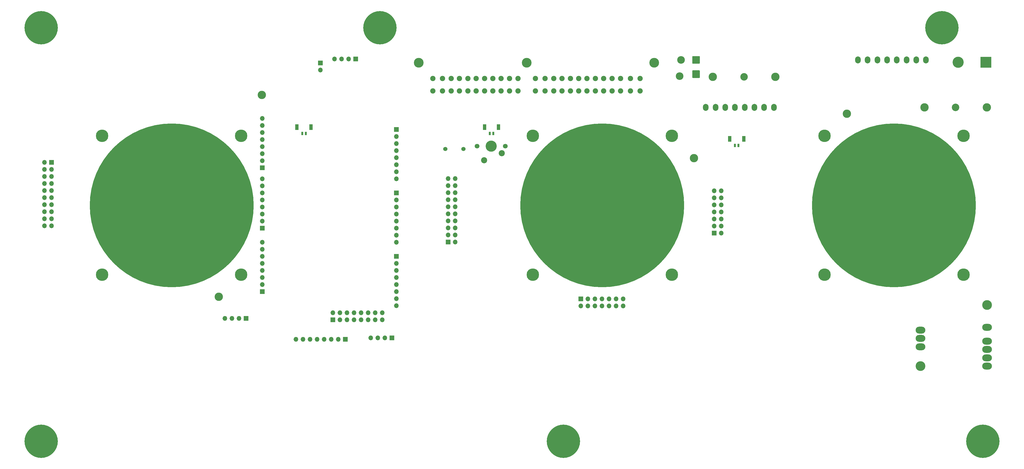
<source format=gbs>
G04 #@! TF.GenerationSoftware,KiCad,Pcbnew,(5.1.9-0-10_14)*
G04 #@! TF.CreationDate,2022-04-27T15:54:58-04:00*
G04 #@! TF.ProjectId,LiBCM,4c694243-4d2e-46b6-9963-61645f706362,A*
G04 #@! TF.SameCoordinates,Original*
G04 #@! TF.FileFunction,Soldermask,Bot*
G04 #@! TF.FilePolarity,Negative*
%FSLAX46Y46*%
G04 Gerber Fmt 4.6, Leading zero omitted, Abs format (unit mm)*
G04 Created by KiCad (PCBNEW (5.1.9-0-10_14)) date 2022-04-27 15:54:58*
%MOMM*%
%LPD*%
G01*
G04 APERTURE LIST*
%ADD10C,3.000000*%
%ADD11C,4.500000*%
%ADD12C,59.000000*%
%ADD13O,1.700000X1.700000*%
%ADD14R,1.700000X1.700000*%
%ADD15O,2.000000X2.500000*%
%ADD16C,2.750000*%
%ADD17C,4.000000*%
%ADD18R,4.000000X4.000000*%
%ADD19O,3.500000X2.500000*%
%ADD20C,3.500000*%
%ADD21C,2.700000*%
%ADD22C,1.900000*%
%ADD23C,12.000000*%
%ADD24R,1.300000X2.150000*%
%ADD25R,0.800000X1.200000*%
%ADD26C,2.200000*%
%ADD27C,1.700000*%
%ADD28C,1.524000*%
G04 APERTURE END LIST*
D10*
G04 #@! TO.C,H9*
X112250000Y-65250000D03*
G04 #@! TD*
G04 #@! TO.C,M1*
X96750000Y-138000000D03*
D11*
X104750000Y-130000000D03*
X54750000Y-130000000D03*
X54750000Y-80000000D03*
X104750000Y-80000000D03*
D12*
X79750000Y-105000000D03*
G04 #@! TD*
D13*
G04 #@! TO.C,J16*
X181790000Y-95390000D03*
X179250000Y-95390000D03*
X181790000Y-97930000D03*
X179250000Y-97930000D03*
X181790000Y-100470000D03*
X179250000Y-100470000D03*
X181790000Y-103010000D03*
X179250000Y-103010000D03*
X181790000Y-105550000D03*
X179250000Y-105550000D03*
X181790000Y-108090000D03*
X179250000Y-108090000D03*
X181790000Y-110630000D03*
X179250000Y-110630000D03*
X181790000Y-113170000D03*
X179250000Y-113170000D03*
X181790000Y-115710000D03*
X179250000Y-115710000D03*
X181790000Y-118250000D03*
D14*
X179250000Y-118250000D03*
G04 #@! TD*
D15*
G04 #@! TO.C,J9*
X296500000Y-69700000D03*
X293000000Y-69700000D03*
X289500000Y-69700000D03*
X286000000Y-69700000D03*
X282500000Y-69700000D03*
X279000000Y-69700000D03*
X275500000Y-69700000D03*
X272000000Y-69700000D03*
G04 #@! TD*
D13*
G04 #@! TO.C,J1*
X160600000Y-95480000D03*
X160600000Y-92940000D03*
X160600000Y-90400000D03*
X160600000Y-87860000D03*
X160600000Y-85320000D03*
X160600000Y-82780000D03*
X160600000Y-80240000D03*
D14*
X160600000Y-77700000D03*
G04 #@! TD*
D13*
G04 #@! TO.C,J2*
X160600000Y-118330000D03*
X160600000Y-115790000D03*
X160600000Y-113250000D03*
X160600000Y-110710000D03*
X160600000Y-108170000D03*
X160600000Y-105630000D03*
X160600000Y-103090000D03*
D14*
X160600000Y-100550000D03*
G04 #@! TD*
D13*
G04 #@! TO.C,J3*
X160600000Y-141180000D03*
X160600000Y-138640000D03*
X160600000Y-136100000D03*
X160600000Y-133560000D03*
X160600000Y-131020000D03*
X160600000Y-128480000D03*
X160600000Y-125940000D03*
D14*
X160600000Y-123400000D03*
G04 #@! TD*
D13*
G04 #@! TO.C,J5*
X112342000Y-73664000D03*
X112342000Y-76204000D03*
X112342000Y-78744000D03*
X112342000Y-81284000D03*
X112342000Y-83824000D03*
X112342000Y-86364000D03*
X112342000Y-88904000D03*
D14*
X112342000Y-91444000D03*
G04 #@! TD*
D13*
G04 #@! TO.C,J6*
X112350000Y-95450000D03*
X112350000Y-97990000D03*
X112350000Y-100530000D03*
X112350000Y-103070000D03*
X112350000Y-105610000D03*
X112350000Y-108150000D03*
X112350000Y-110690000D03*
D14*
X112350000Y-113230000D03*
G04 #@! TD*
D13*
G04 #@! TO.C,J7*
X112350000Y-118350000D03*
X112350000Y-120890000D03*
X112350000Y-123430000D03*
X112350000Y-125970000D03*
X112350000Y-128510000D03*
X112350000Y-131050000D03*
X112350000Y-133590000D03*
D14*
X112350000Y-136130000D03*
G04 #@! TD*
D16*
G04 #@! TO.C,P2*
X262600000Y-58500000D03*
X263100000Y-52600000D03*
G36*
G01*
X269875000Y-56624998D02*
X269875000Y-58875002D01*
G75*
G02*
X269625002Y-59125000I-249998J0D01*
G01*
X267374998Y-59125000D01*
G75*
G02*
X267125000Y-58875002I0J249998D01*
G01*
X267125000Y-56624998D01*
G75*
G02*
X267374998Y-56375000I249998J0D01*
G01*
X269625002Y-56375000D01*
G75*
G02*
X269875000Y-56624998I0J-249998D01*
G01*
G37*
G04 #@! TD*
D17*
G04 #@! TO.C,C30*
X362800000Y-53475000D03*
D18*
X372800000Y-53475000D03*
G04 #@! TD*
D10*
G04 #@! TO.C,M2*
X267750000Y-88000000D03*
D11*
X259750000Y-80000000D03*
X259750000Y-130000000D03*
X209750000Y-130000000D03*
X209750000Y-80000000D03*
D12*
X234750000Y-105000000D03*
G04 #@! TD*
D10*
G04 #@! TO.C,M3*
X322750000Y-72000000D03*
D11*
X314750000Y-80000000D03*
X364750000Y-80000000D03*
X364750000Y-130000000D03*
X314750000Y-130000000D03*
D12*
X339750000Y-105000000D03*
G04 #@! TD*
D19*
G04 #@! TO.C,U8*
X349250000Y-149960000D03*
X349250000Y-155960000D03*
D20*
X349250000Y-162960000D03*
X373250000Y-140960000D03*
D19*
X373250000Y-148960000D03*
X373250000Y-153960000D03*
X373250000Y-156960000D03*
X373250000Y-159960000D03*
X373250000Y-162960000D03*
X349250000Y-152960000D03*
G04 #@! TD*
D21*
G04 #@! TO.C,F1*
X285750000Y-58750000D03*
D10*
X274500000Y-58750000D03*
X297000000Y-58750000D03*
G04 #@! TD*
D21*
G04 #@! TO.C,F2*
X361925000Y-69725000D03*
D10*
X373175000Y-69725000D03*
X350675000Y-69725000D03*
G04 #@! TD*
D15*
G04 #@! TO.C,J11*
X351250000Y-52650000D03*
X347750000Y-52650000D03*
X344250000Y-52650000D03*
X340750000Y-52650000D03*
X337250000Y-52650000D03*
X333750000Y-52650000D03*
X330250000Y-52650000D03*
X326750000Y-52650000D03*
G04 #@! TD*
D20*
G04 #@! TO.C,P1*
X253400000Y-53600000D03*
X207550000Y-53600000D03*
X168700000Y-53600000D03*
D22*
X248350000Y-59300000D03*
X248350000Y-63800000D03*
X244850000Y-59300000D03*
X244850000Y-63800000D03*
X241350000Y-59300000D03*
X241350000Y-63800000D03*
X238250000Y-59300000D03*
X238250000Y-63800000D03*
X235250000Y-59300000D03*
X235250000Y-63800000D03*
X232250000Y-59300000D03*
X232250000Y-63800000D03*
X229250000Y-59300000D03*
X229250000Y-63800000D03*
X226250000Y-59300000D03*
X226250000Y-63800000D03*
X223250000Y-59300000D03*
X223250000Y-63800000D03*
X220250000Y-59300000D03*
X220250000Y-63800000D03*
X217250000Y-59300000D03*
X217250000Y-63800000D03*
X214150000Y-59300000D03*
X214150000Y-63800000D03*
X210650000Y-59300000D03*
X210650000Y-63800000D03*
X204450000Y-59300000D03*
X204450000Y-63800000D03*
X201350000Y-59300000D03*
X201350000Y-63800000D03*
X198350000Y-59300000D03*
X198350000Y-63800000D03*
X195350000Y-59300000D03*
X195350000Y-63800000D03*
X192350000Y-59300000D03*
X192350000Y-63800000D03*
X189350000Y-59300000D03*
X189350000Y-63800000D03*
X186350000Y-59300000D03*
X186350000Y-63800000D03*
X183350000Y-59300000D03*
X183350000Y-63800000D03*
X180350000Y-59300000D03*
X180350000Y-63800000D03*
X177250000Y-59300000D03*
X177250000Y-63800000D03*
X173750000Y-59300000D03*
X173750000Y-63800000D03*
G04 #@! TD*
D23*
G04 #@! TO.C,H4*
X32750000Y-41000000D03*
G04 #@! TD*
G04 #@! TO.C,H1*
X220750000Y-190000000D03*
G04 #@! TD*
G04 #@! TO.C,H2*
X32750000Y-190000000D03*
G04 #@! TD*
G04 #@! TO.C,H5*
X154750000Y-41000000D03*
G04 #@! TD*
G04 #@! TO.C,H6*
X357000000Y-41000000D03*
G04 #@! TD*
G04 #@! TO.C,H7*
X371750000Y-190000000D03*
G04 #@! TD*
D14*
G04 #@! TO.C,J15*
X133250000Y-53750000D03*
D13*
X133250000Y-56290000D03*
G04 #@! TD*
D14*
G04 #@! TO.C,J13*
X36500000Y-89500000D03*
D13*
X33960000Y-89500000D03*
X36500000Y-92040000D03*
X33960000Y-92040000D03*
X36500000Y-94580000D03*
X33960000Y-94580000D03*
X36500000Y-97120000D03*
X33960000Y-97120000D03*
X36500000Y-99660000D03*
X33960000Y-99660000D03*
X36500000Y-102200000D03*
X33960000Y-102200000D03*
X36500000Y-104740000D03*
X33960000Y-104740000D03*
X36500000Y-107280000D03*
X33960000Y-107280000D03*
X36500000Y-109820000D03*
X33960000Y-109820000D03*
X36500000Y-112360000D03*
X33960000Y-112360000D03*
G04 #@! TD*
G04 #@! TO.C,J17*
X277540000Y-99760000D03*
X275000000Y-99760000D03*
X277540000Y-102300000D03*
X275000000Y-102300000D03*
X277540000Y-104840000D03*
X275000000Y-104840000D03*
X277540000Y-107380000D03*
X275000000Y-107380000D03*
X277540000Y-109920000D03*
X275000000Y-109920000D03*
X277540000Y-112460000D03*
X275000000Y-112460000D03*
X277540000Y-115000000D03*
D14*
X275000000Y-115000000D03*
G04 #@! TD*
G04 #@! TO.C,J18*
X227000000Y-138750000D03*
D13*
X227000000Y-141290000D03*
X229540000Y-138750000D03*
X229540000Y-141290000D03*
X232080000Y-138750000D03*
X232080000Y-141290000D03*
X234620000Y-138750000D03*
X234620000Y-141290000D03*
X237160000Y-138750000D03*
X237160000Y-141290000D03*
X239700000Y-138750000D03*
X239700000Y-141290000D03*
X242240000Y-138750000D03*
X242240000Y-141290000D03*
G04 #@! TD*
D14*
G04 #@! TO.C,J4*
X137760000Y-146290000D03*
D13*
X137760000Y-143750000D03*
X140300000Y-146290000D03*
X140300000Y-143750000D03*
X142840000Y-146290000D03*
X142840000Y-143750000D03*
X145380000Y-146290000D03*
X145380000Y-143750000D03*
X147920000Y-146290000D03*
X147920000Y-143750000D03*
X150460000Y-146290000D03*
X150460000Y-143750000D03*
X153000000Y-146290000D03*
X153000000Y-143750000D03*
X155540000Y-146290000D03*
X155540000Y-143750000D03*
G04 #@! TD*
D24*
G04 #@! TO.C,J12*
X124850000Y-76855000D03*
X129900000Y-76855000D03*
D25*
X126750000Y-79150000D03*
X128000000Y-79150000D03*
G04 #@! TD*
D14*
G04 #@! TO.C,J14*
X146000000Y-52250000D03*
D13*
X143460000Y-52250000D03*
X140920000Y-52250000D03*
X138380000Y-52250000D03*
G04 #@! TD*
D25*
G04 #@! TO.C,J19*
X195500000Y-79150000D03*
X194250000Y-79150000D03*
D24*
X197400000Y-76855000D03*
X192350000Y-76855000D03*
G04 #@! TD*
D25*
G04 #@! TO.C,J20*
X283750000Y-83400000D03*
X282500000Y-83400000D03*
D24*
X285650000Y-81105000D03*
X280600000Y-81105000D03*
G04 #@! TD*
D13*
G04 #@! TO.C,J21*
X151380000Y-152750000D03*
X153920000Y-152750000D03*
X156460000Y-152750000D03*
D14*
X159000000Y-152750000D03*
G04 #@! TD*
G04 #@! TO.C,J22*
X142250000Y-153250000D03*
D13*
X139710000Y-153250000D03*
X137170000Y-153250000D03*
X134630000Y-153250000D03*
X132090000Y-153250000D03*
X129550000Y-153250000D03*
X127010000Y-153250000D03*
X124470000Y-153250000D03*
G04 #@! TD*
D26*
G04 #@! TO.C,SW1*
X192250000Y-88750000D03*
X198600000Y-86210000D03*
D17*
X194790000Y-83670000D03*
D27*
X199870000Y-83670000D03*
X189710000Y-83670000D03*
G04 #@! TD*
D28*
G04 #@! TO.C,BZ1*
X184750000Y-84750000D03*
X178250000Y-84750000D03*
G04 #@! TD*
G04 #@! TO.C,J10*
G36*
G01*
X267125000Y-53725002D02*
X267125000Y-51474998D01*
G75*
G02*
X267374998Y-51225000I249998J0D01*
G01*
X269625002Y-51225000D01*
G75*
G02*
X269875000Y-51474998I0J-249998D01*
G01*
X269875000Y-53725002D01*
G75*
G02*
X269625002Y-53975000I-249998J0D01*
G01*
X267374998Y-53975000D01*
G75*
G02*
X267125000Y-53725002I0J249998D01*
G01*
G37*
G04 #@! TD*
D14*
G04 #@! TO.C,J8*
X106500000Y-145750000D03*
D13*
X103960000Y-145750000D03*
X101420000Y-145750000D03*
X98880000Y-145750000D03*
G04 #@! TD*
M02*

</source>
